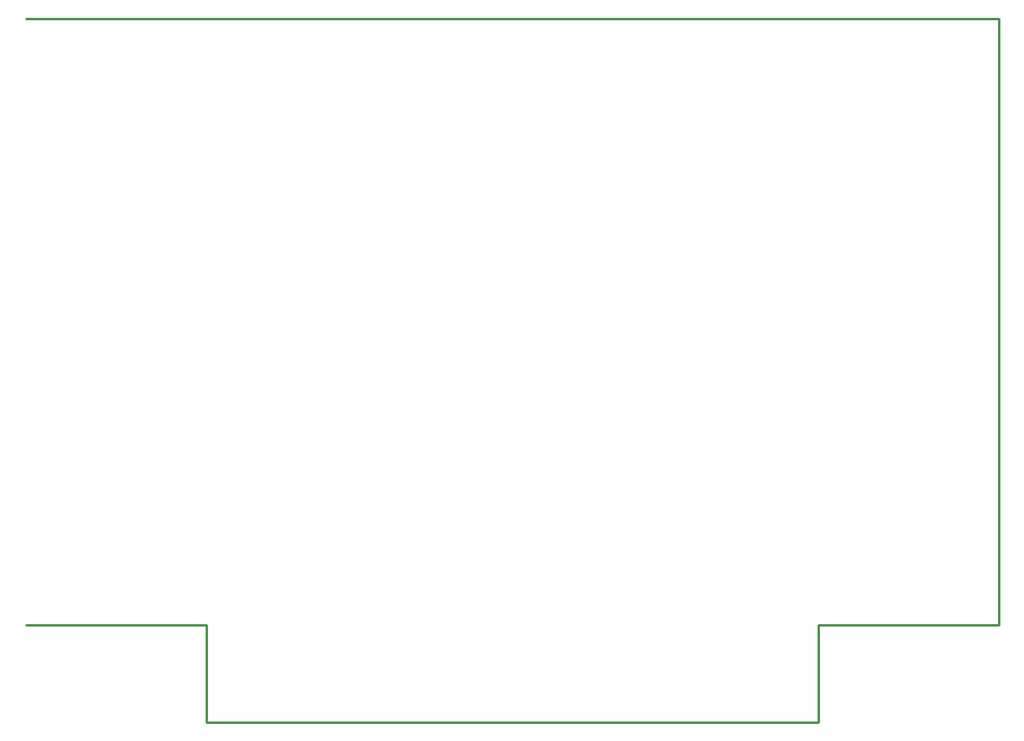
<source format=gbr>
G04 start of page 9 for group -4078 idx -4078 *
G04 Title: (unknown), bottomsilk *
G04 Creator: pcb 4.0.2 *
G04 CreationDate: Wed Jun 16 02:52:31 2021 UTC *
G04 For: railfan *
G04 Format: Gerber/RS-274X *
G04 PCB-Dimensions (mil): 4000.00 2900.00 *
G04 PCB-Coordinate-Origin: lower left *
%MOIN*%
%FSLAX25Y25*%
%LNBOTTOMSILK*%
%ADD81C,0.0100*%
G54D81*X325500Y500D02*Y40500D01*
X399500D01*
Y289500D01*
X500D01*
Y40500D02*X74500D01*
Y500D01*
X325500D01*
M02*

</source>
